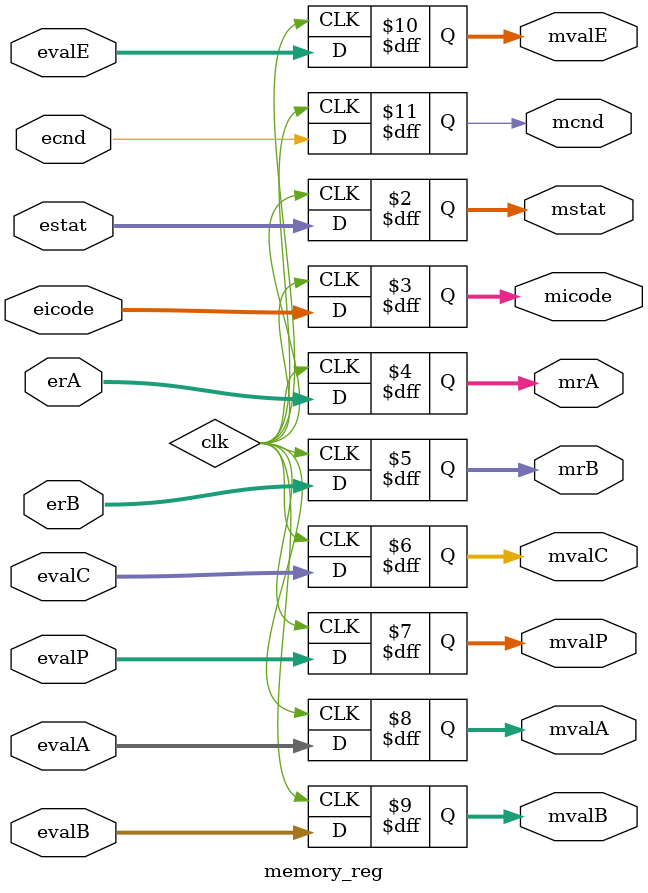
<source format=v>
module memory_reg(
    output reg [2:0]mstat,
    output reg[3:0]micode,
    output reg [3:0]mrA,
    output reg [3:0]mrB,
    output reg [63:0]mvalC,
    output reg [63:0]mvalP,
    output reg [63:0]mvalA,
    output reg [63:0]mvalB,
    output reg [63:0]mvalE,
    input [2:0]estat,
    input [3:0]eicode,
    input [3:0]erA,
    input [3:0]erB,
    output reg mcnd,
    input [63:0]evalC,
    input [63:0]evalP,
    input [63:0]evalA,
    input [63:0]evalB,
    input [63:0]evalE,
    input ecnd
);

always @(posedge clk ) begin
    mstat <= estat;
    micode <= eicode;
    mrA <= erA;
    mrB <= erB;
    mvalC <= evalC;
    mvalP <= evalP;
    mvalA <= evalA;
    mvalB <= evalB;
    mvalE <= evalE;
    mcnd <= ecnd;
end

endmodule
</source>
